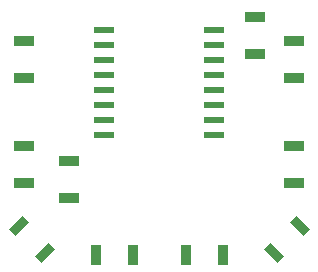
<source format=gtp>
%FSLAX33Y33*%
%MOMM*%
%AMRect-W820710-H1670710-RO1.750*
21,1,0.82071,1.67071,0.,0.,45*%
%AMRect-W820710-H1670710-RO1.000*
21,1,0.82071,1.67071,0.,0.,180*%
%AMRect-W820710-H1670710-RO1.250*
21,1,0.82071,1.67071,0.,0.,135*%
%AMRect-W820710-H1670710-RO1.500*
21,1,0.82071,1.67071,0.,0.,90*%
%AMRR-H1699999-W549999-R98999-RO1.500*
21,1,0.352001,1.699999,0.,0.,90*
21,1,0.549999,1.502001,0.,0.,90*
1,1,0.197998,-0.7510005,-0.1760005*
1,1,0.197998,-0.7510005,0.1760005*
1,1,0.197998,0.7510005,0.1760005*
1,1,0.197998,0.7510005,-0.1760005*%
%AMRect-W820710-H1670710-RO0.500*
21,1,0.82071,1.67071,0.,0.,270*%
%ADD10Rect-W820710-H1670710-RO1.750*%
%ADD11Rect-W820710-H1670710-RO1.000*%
%ADD12Rect-W820710-H1670710-RO1.250*%
%ADD13Rect-W820710-H1670710-RO1.500*%
%ADD14RR-H1699999-W549999-R98999-RO1.500*%
%ADD15R,0.82071X1.67071*%
%ADD16Rect-W820710-H1670710-RO0.500*%
D10*
%LNtop paste_traces*%
%LNtop paste component 48f78adb2b7037fe*%
G01*
X27461Y6506D03*
X29689Y8734D03*
%LNtop paste component 7f83bd30abf15710*%
D11*
X15545Y6350D03*
X12395Y6350D03*
%LNtop paste component 8bdea769ffbae0d0*%
D12*
X8099Y6506D03*
X5871Y8734D03*
%LNtop paste component 0b6faf164e5a0518*%
D13*
X6350Y12395D03*
X6350Y15545D03*
%LNtop paste component 6cb0e7e3f02311c0*%
X6350Y21285D03*
X6350Y24435D03*
%LNtop paste component 7d8ea873bf19028c*%
X29210Y21285D03*
X29210Y24435D03*
%LNtop paste component 7e02e7b59318a54f*%
D14*
X13130Y25400D03*
X13130Y24130D03*
X13130Y22860D03*
X13130Y21590D03*
X13130Y20320D03*
X13130Y19050D03*
X13130Y17780D03*
X13130Y16510D03*
X22430Y25400D03*
X22430Y24130D03*
X22430Y22860D03*
X22430Y21590D03*
X22430Y20320D03*
X22430Y19050D03*
X22430Y17780D03*
X22430Y16510D03*
%LNtop paste component e43c40593395f77c*%
D15*
X20015Y6350D03*
X23165Y6350D03*
%LNtop paste component 427f096e4d3aae24*%
D16*
X25908Y26467D03*
X25908Y23317D03*
%LNtop paste component c320845981998eb0*%
D13*
X10160Y11125D03*
X10160Y14275D03*
%LNtop paste component e793a6abe9ce9fda*%
X29210Y12395D03*
X29210Y15545D03*
M02*
</source>
